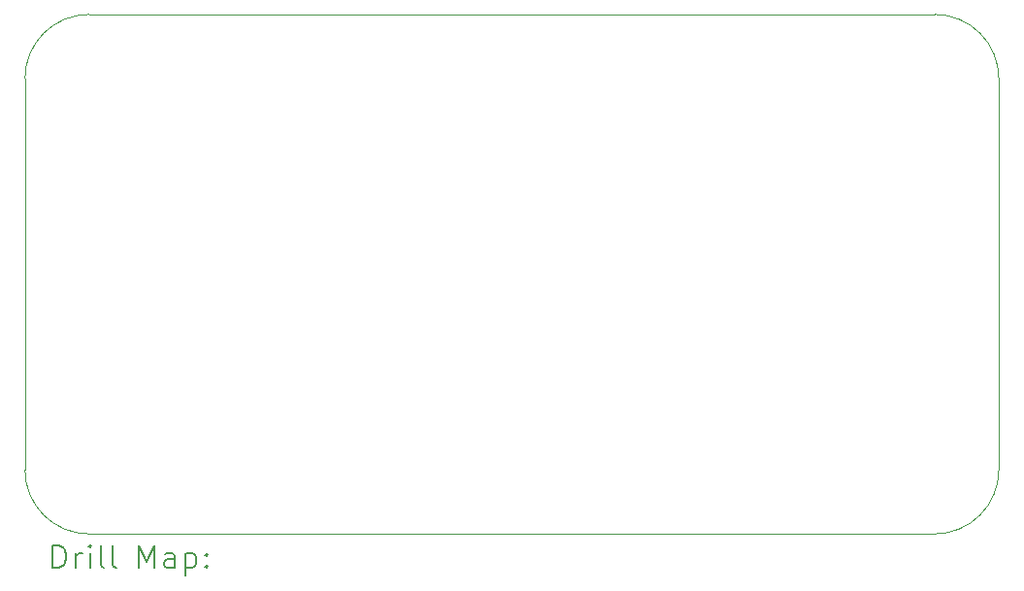
<source format=gbr>
%TF.GenerationSoftware,KiCad,Pcbnew,(7.0.0)*%
%TF.CreationDate,2023-03-25T20:45:54-04:00*%
%TF.ProjectId,eight_key_piano_standalone_V1,65696768-745f-46b6-9579-5f7069616e6f,rev?*%
%TF.SameCoordinates,Original*%
%TF.FileFunction,Drillmap*%
%TF.FilePolarity,Positive*%
%FSLAX45Y45*%
G04 Gerber Fmt 4.5, Leading zero omitted, Abs format (unit mm)*
G04 Created by KiCad (PCBNEW (7.0.0)) date 2023-03-25 20:45:54*
%MOMM*%
%LPD*%
G01*
G04 APERTURE LIST*
%ADD10C,0.100000*%
%ADD11C,0.200000*%
G04 APERTURE END LIST*
D10*
X10706101Y-11784169D02*
G75*
G03*
X11264900Y-12342969I558799J-1D01*
G01*
X18642169Y-12342969D02*
G75*
G03*
X19200969Y-11784169I1J558799D01*
G01*
X10706100Y-11784169D02*
X10706100Y-8369300D01*
X19200969Y-8369300D02*
X19200969Y-11784169D01*
X11264900Y-7810500D02*
G75*
G03*
X10706100Y-8369300I0J-558800D01*
G01*
X18642169Y-7810500D02*
X11264900Y-7810500D01*
X11264900Y-12342969D02*
X18642169Y-12342969D01*
X19200970Y-8369300D02*
G75*
G03*
X18642169Y-7810500I-558800J0D01*
G01*
D11*
X10948719Y-12641445D02*
X10948719Y-12441445D01*
X10948719Y-12441445D02*
X10996338Y-12441445D01*
X10996338Y-12441445D02*
X11024910Y-12450969D01*
X11024910Y-12450969D02*
X11043957Y-12470016D01*
X11043957Y-12470016D02*
X11053481Y-12489064D01*
X11053481Y-12489064D02*
X11063005Y-12527159D01*
X11063005Y-12527159D02*
X11063005Y-12555731D01*
X11063005Y-12555731D02*
X11053481Y-12593826D01*
X11053481Y-12593826D02*
X11043957Y-12612873D01*
X11043957Y-12612873D02*
X11024910Y-12631921D01*
X11024910Y-12631921D02*
X10996338Y-12641445D01*
X10996338Y-12641445D02*
X10948719Y-12641445D01*
X11148719Y-12641445D02*
X11148719Y-12508111D01*
X11148719Y-12546207D02*
X11158243Y-12527159D01*
X11158243Y-12527159D02*
X11167767Y-12517635D01*
X11167767Y-12517635D02*
X11186814Y-12508111D01*
X11186814Y-12508111D02*
X11205862Y-12508111D01*
X11272528Y-12641445D02*
X11272528Y-12508111D01*
X11272528Y-12441445D02*
X11263005Y-12450969D01*
X11263005Y-12450969D02*
X11272528Y-12460492D01*
X11272528Y-12460492D02*
X11282052Y-12450969D01*
X11282052Y-12450969D02*
X11272528Y-12441445D01*
X11272528Y-12441445D02*
X11272528Y-12460492D01*
X11396338Y-12641445D02*
X11377290Y-12631921D01*
X11377290Y-12631921D02*
X11367767Y-12612873D01*
X11367767Y-12612873D02*
X11367767Y-12441445D01*
X11501100Y-12641445D02*
X11482052Y-12631921D01*
X11482052Y-12631921D02*
X11472528Y-12612873D01*
X11472528Y-12612873D02*
X11472528Y-12441445D01*
X11697290Y-12641445D02*
X11697290Y-12441445D01*
X11697290Y-12441445D02*
X11763957Y-12584302D01*
X11763957Y-12584302D02*
X11830624Y-12441445D01*
X11830624Y-12441445D02*
X11830624Y-12641445D01*
X12011576Y-12641445D02*
X12011576Y-12536683D01*
X12011576Y-12536683D02*
X12002052Y-12517635D01*
X12002052Y-12517635D02*
X11983005Y-12508111D01*
X11983005Y-12508111D02*
X11944909Y-12508111D01*
X11944909Y-12508111D02*
X11925862Y-12517635D01*
X12011576Y-12631921D02*
X11992528Y-12641445D01*
X11992528Y-12641445D02*
X11944909Y-12641445D01*
X11944909Y-12641445D02*
X11925862Y-12631921D01*
X11925862Y-12631921D02*
X11916338Y-12612873D01*
X11916338Y-12612873D02*
X11916338Y-12593826D01*
X11916338Y-12593826D02*
X11925862Y-12574778D01*
X11925862Y-12574778D02*
X11944909Y-12565254D01*
X11944909Y-12565254D02*
X11992528Y-12565254D01*
X11992528Y-12565254D02*
X12011576Y-12555731D01*
X12106814Y-12508111D02*
X12106814Y-12708111D01*
X12106814Y-12517635D02*
X12125862Y-12508111D01*
X12125862Y-12508111D02*
X12163957Y-12508111D01*
X12163957Y-12508111D02*
X12183005Y-12517635D01*
X12183005Y-12517635D02*
X12192528Y-12527159D01*
X12192528Y-12527159D02*
X12202052Y-12546207D01*
X12202052Y-12546207D02*
X12202052Y-12603350D01*
X12202052Y-12603350D02*
X12192528Y-12622397D01*
X12192528Y-12622397D02*
X12183005Y-12631921D01*
X12183005Y-12631921D02*
X12163957Y-12641445D01*
X12163957Y-12641445D02*
X12125862Y-12641445D01*
X12125862Y-12641445D02*
X12106814Y-12631921D01*
X12287767Y-12622397D02*
X12297290Y-12631921D01*
X12297290Y-12631921D02*
X12287767Y-12641445D01*
X12287767Y-12641445D02*
X12278243Y-12631921D01*
X12278243Y-12631921D02*
X12287767Y-12622397D01*
X12287767Y-12622397D02*
X12287767Y-12641445D01*
X12287767Y-12517635D02*
X12297290Y-12527159D01*
X12297290Y-12527159D02*
X12287767Y-12536683D01*
X12287767Y-12536683D02*
X12278243Y-12527159D01*
X12278243Y-12527159D02*
X12287767Y-12517635D01*
X12287767Y-12517635D02*
X12287767Y-12536683D01*
M02*

</source>
